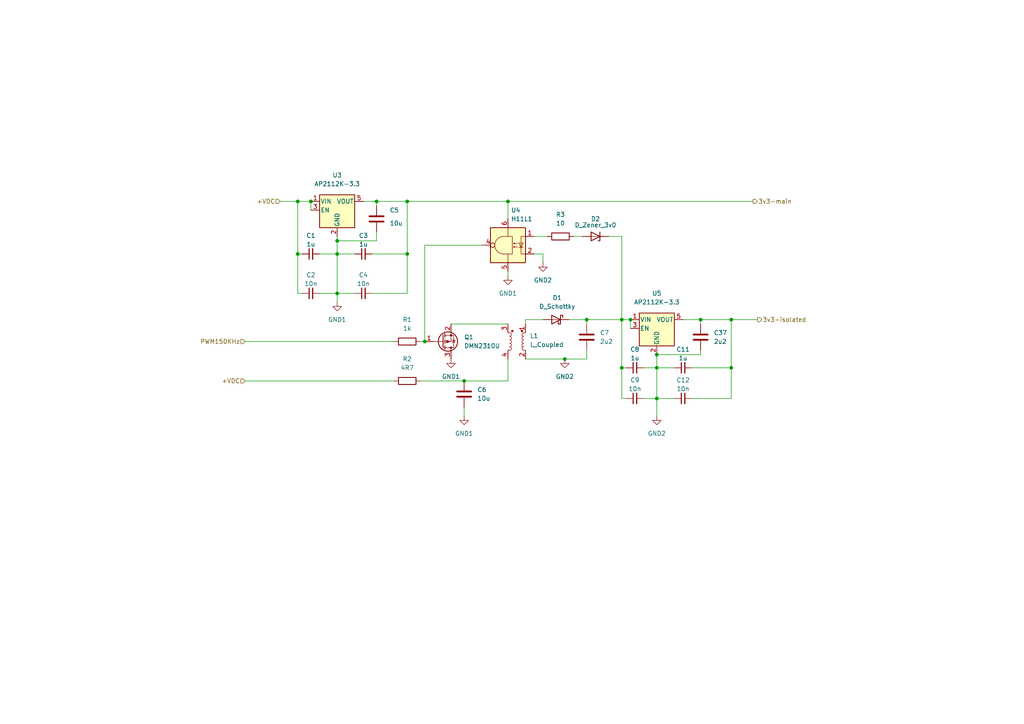
<source format=kicad_sch>
(kicad_sch (version 20231120) (generator "eeschema") (generator_version "8.0")
  (paper "A4")
  (lib_symbols
    (symbol "Device:C" (pin_numbers hide) (pin_names (offset 0.254))
      (property "Reference" "C" (at 0.635 2.54 0))
      (property "Value" "C" (at 0.635 -2.54 0))
      (symbol "C_0_1"
        (polyline (pts (xy -2.032 -0.762) (xy 2.032 -0.762)) (stroke (width 0.508)))
        (polyline (pts (xy -2.032 0.762) (xy 2.032 0.762)) (stroke (width 0.508)))
      )
      (symbol "C_1_1"
        (pin passive line (at 0 3.81 270) (length 2.794) (name "~") (number "1"))
        (pin passive line (at 0 -3.81 90) (length 2.794) (name "~") (number "2"))
      )
    )
    (symbol "Device:C_Small" (pin_numbers hide) (pin_names (offset 0.254) hide)
      (property "Reference" "C" (at 0.254 1.778 0))
      (property "Value" "C_Small" (at 0.254 -2.032 0))
      (symbol "C_Small_0_1"
        (polyline (pts (xy -1.524 -0.508) (xy 1.524 -0.508)) (stroke (width 0.3302)))
        (polyline (pts (xy -1.524 0.508) (xy 1.524 0.508)) (stroke (width 0.3048)))
      )
      (symbol "C_Small_1_1"
        (pin passive line (at 0 2.54 270) (length 2.032) (name "~") (number "1"))
        (pin passive line (at 0 -2.54 90) (length 2.032) (name "~") (number "2"))
      )
    )
    (symbol "Device:D_Schottky" (pin_numbers hide) (pin_names (offset 1.016) hide)
      (property "Reference" "D" (at 0 2.54 0))
      (property "Value" "D_Schottky" (at 0 -2.54 0))
      (symbol "D_Schottky_0_1"
        (polyline (pts (xy 1.27 0) (xy -1.27 0)))
        (polyline (pts (xy 1.27 1.27) (xy 1.27 -1.27) (xy -1.27 0) (xy 1.27 1.27)) (stroke (width 0.254)))
        (polyline (pts (xy -1.905 0.635) (xy -1.905 1.27) (xy -1.27 1.27) (xy -1.27 -1.27) (xy -0.635 -1.27) (xy -0.635 -0.635)) (stroke (width 0.254)))
      )
      (symbol "D_Schottky_1_1"
        (pin passive line (at -3.81 0 0) (length 2.54) (name "K") (number "1"))
        (pin passive line (at 3.81 0 180) (length 2.54) (name "A") (number "2"))
      )
    )
    (symbol "Device:D_Zener" (pin_numbers hide) (pin_names (offset 1.016) hide)
      (property "Reference" "D" (at 0 2.54 0))
      (property "Value" "D_Zener" (at 0 -2.54 0))
      (symbol "D_Zener_0_1"
        (polyline (pts (xy 1.27 0) (xy -1.27 0)))
        (polyline (pts (xy -1.27 -1.27) (xy -1.27 1.27) (xy -0.762 1.27)) (stroke (width 0.254)))
        (polyline (pts (xy 1.27 -1.27) (xy 1.27 1.27) (xy -1.27 0) (xy 1.27 -1.27)) (stroke (width 0.254)))
      )
      (symbol "D_Zener_1_1"
        (pin passive line (at -3.81 0 0) (length 2.54) (name "K") (number "1"))
        (pin passive line (at 3.81 0 180) (length 2.54) (name "A") (number "2"))
      )
    )
    (symbol "Device:L_Coupled" (pin_names (offset 0.254) hide)
      (property "Reference" "L" (at 0 4.445 0))
      (property "Value" "L_Coupled" (at 0 -4.445 0))
      (symbol "L_Coupled_0_1"
        (circle (center -3.048 -1.27) (radius 0.254) (fill (type outline)))
        (circle (center -3.048 1.524) (radius 0.254) (fill (type outline)))
        (arc (start -2.54 2.032) (mid -2.032 1.5262) (end -1.524 2.032))
        (arc (start -1.524 -2.032) (mid -2.032 -1.5262) (end -2.54 -2.032))
        (arc (start -1.524 2.032) (mid -1.016 1.5262) (end -0.508 2.032))
        (arc (start -0.508 -2.032) (mid -1.016 -1.5262) (end -1.524 -2.032))
        (arc (start -0.508 2.032) (mid 0 1.5262) (end 0.508 2.032))
        (polyline (pts (xy -2.54 -2.032) (xy -2.54 -2.54)))
        (polyline (pts (xy -2.54 2.032) (xy -2.54 2.54)))
        (polyline (pts (xy 2.54 -2.032) (xy 2.54 -2.54)))
        (polyline (pts (xy 2.54 2.54) (xy 2.54 2.032)))
        (arc (start 0.508 -2.032) (mid 0 -1.5262) (end -0.508 -2.032))
        (arc (start 0.508 2.032) (mid 1.016 1.5262) (end 1.524 2.032))
        (arc (start 1.524 -2.032) (mid 1.016 -1.5262) (end 0.508 -2.032))
        (arc (start 1.524 2.032) (mid 2.032 1.5262) (end 2.54 2.032))
        (arc (start 2.54 -2.032) (mid 2.032 -1.5262) (end 1.524 -2.032))
      )
      (symbol "L_Coupled_1_1"
        (pin passive line (at -5.08 2.54 0) (length 2.54) (name "1") (number "1"))
        (pin passive line (at 5.08 2.54 180) (length 2.54) (name "2") (number "2"))
        (pin passive line (at -5.08 -2.54 0) (length 2.54) (name "3") (number "3"))
        (pin passive line (at 5.08 -2.54 180) (length 2.54) (name "4") (number "4"))
      )
    )
    (symbol "Device:R" (pin_numbers hide) (pin_names (offset 0))
      (property "Reference" "R" (at 2.032 0 90))
      (property "Value" "R" (at 0 0 90))
      (symbol "R_0_1"
        (rectangle (start -1.016 -2.54) (end 1.016 2.54) (stroke (width 0.254)))
      )
      (symbol "R_1_1"
        (pin passive line (at 0 3.81 270) (length 1.27) (name "~") (number "1"))
        (pin passive line (at 0 -3.81 90) (length 1.27) (name "~") (number "2"))
      )
    )
    (symbol "Isolator:H11L1" (pin_names (offset 1.016))
      (property "Reference" "U" (at 1.27 8.89 0))
      (property "Value" "H11L1" (at 1.27 6.35 0))
      (symbol "H11L1_0_1"
        (rectangle (start -5.08 5.08) (end 5.08 -5.08) (stroke (width 0.254)) (fill (type background)))
        (polyline (pts (xy -4.445 -0.635) (xy -3.175 -0.635)))
        (polyline (pts (xy 0 2.54) (xy 0 5.08)))
        (polyline (pts (xy 0 -2.54) (xy 0 -5.08) (xy 0 -3.81)))
        (polyline (pts (xy -5.08 -2.54) (xy -3.81 -2.54) (xy -3.81 2.54) (xy -5.08 2.54)))
        (polyline (pts (xy -3.81 -0.635) (xy -4.445 0.635) (xy -3.175 0.635) (xy -3.81 -0.635)))
        (polyline (pts (xy 1.27 -2.54) (xy -1.27 -2.54) (xy -1.27 2.54) (xy 1.27 2.54)))
        (polyline (pts (xy -2.794 -0.508) (xy -1.524 -0.508) (xy -1.905 -0.635) (xy -1.905 -0.381) (xy -1.524 -0.508)))
        (polyline (pts (xy -2.794 0.508) (xy -1.524 0.508) (xy -1.905 0.381) (xy -1.905 0.635) (xy -1.524 0.508)))
        (arc (start 1.27 -2.54) (mid 3.7989 0) (end 1.27 2.54))
      )
      (symbol "H11L1_1_1"
        (pin passive line (at -7.62 2.54 0) (length 2.54) (name "~") (number "1"))
        (pin passive line (at -7.62 -2.54 0) (length 2.54) (name "~") (number "2"))
        (pin no_connect line (at -5.08 0 0) (length 2.54) hide (name "~") (number "3"))
        (pin output inverted (at 7.62 0 180) (length 3.81) (name "~") (number "4"))
        (pin power_in line (at 0 -7.62 90) (length 2.54) (name "~") (number "5"))
        (pin power_in line (at 0 7.62 270) (length 2.54) (name "~") (number "6"))
      )
    )
    (symbol "Regulator_Linear:AP2112K-3.3" (pin_names (offset 0.254))
      (property "Reference" "U" (at -5.08 5.715 0))
      (property "Value" "AP2112K-3.3" (at 0 5.715 0))
      (symbol "AP2112K-3.3_0_1"
        (rectangle (start -5.08 4.445) (end 5.08 -5.08) (stroke (width 0.254)) (fill (type background)))
      )
      (symbol "AP2112K-3.3_1_1"
        (pin power_in line (at -7.62 2.54 0) (length 2.54) (name "VIN") (number "1"))
        (pin power_in line (at 0 -7.62 90) (length 2.54) (name "GND") (number "2"))
        (pin input line (at -7.62 0 0) (length 2.54) (name "EN") (number "3"))
        (pin no_connect line (at 5.08 0 180) (length 2.54) hide (name "NC") (number "4"))
        (pin power_out line (at 7.62 2.54 180) (length 2.54) (name "VOUT") (number "5"))
      )
    )
    (symbol "Transistor_FET:DMG2301L" (pin_names hide)
      (property "Reference" "Q" (at 5.08 1.905 0))
      (property "Value" "DMG2301L" (at 5.08 0 0))
      (symbol "DMG2301L_0_1"
        (polyline (pts (xy 0.254 0) (xy -2.54 0)))
        (polyline (pts (xy 0.254 1.905) (xy 0.254 -1.905)) (stroke (width 0.254)))
        (polyline (pts (xy 0.762 -1.27) (xy 0.762 -2.286)) (stroke (width 0.254)))
        (polyline (pts (xy 0.762 0.508) (xy 0.762 -0.508)) (stroke (width 0.254)))
        (polyline (pts (xy 0.762 2.286) (xy 0.762 1.27)) (stroke (width 0.254)))
        (polyline (pts (xy 2.54 2.54) (xy 2.54 1.778)))
        (polyline (pts (xy 2.54 -2.54) (xy 2.54 0) (xy 0.762 0)))
        (polyline (pts (xy 0.762 1.778) (xy 3.302 1.778) (xy 3.302 -1.778) (xy 0.762 -1.778)))
        (polyline (pts (xy 2.286 0) (xy 1.27 0.381) (xy 1.27 -0.381) (xy 2.286 0)) (fill (type outline)))
        (polyline (pts (xy 2.794 -0.508) (xy 2.921 -0.381) (xy 3.683 -0.381) (xy 3.81 -0.254)))
        (polyline (pts (xy 3.302 -0.381) (xy 2.921 0.254) (xy 3.683 0.254) (xy 3.302 -0.381)))
        (circle (center 1.651 0) (radius 2.794) (stroke (width 0.254)))
        (circle (center 2.54 -1.778) (radius 0.254) (fill (type outline)))
        (circle (center 2.54 1.778) (radius 0.254) (fill (type outline)))
      )
      (symbol "DMG2301L_1_1"
        (pin input line (at -5.08 0 0) (length 2.54) (name "G") (number "1"))
        (pin passive line (at 2.54 -5.08 90) (length 2.54) (name "S") (number "2"))
        (pin passive line (at 2.54 5.08 270) (length 2.54) (name "D") (number "3"))
      )
    )
    (symbol "power:GND1" (power) (pin_names (offset 0))
      (property "Value" "GND1" (at 0 -3.81 0))
      (symbol "GND1_0_1"
        (polyline (pts (xy 0 0) (xy 0 -1.27) (xy 1.27 -1.27) (xy 0 -2.54) (xy -1.27 -1.27) (xy 0 -1.27)))
      )
      (symbol "GND1_1_1"
        (pin power_in line (at 0 0 270) (length 0) hide (name "GND1") (number "1"))
      )
    )
    (symbol "power:GND2" (power) (pin_names (offset 0))
      (property "Value" "GND2" (at 0 -3.81 0))
      (symbol "GND2_0_1"
        (polyline (pts (xy 0 0) (xy 0 -1.27) (xy 1.27 -1.27) (xy 0 -2.54) (xy -1.27 -1.27) (xy 0 -1.27)))
      )
      (symbol "GND2_1_1"
        (pin power_in line (at 0 0 270) (length 0) hide (name "GND2") (number "1"))
      )
    )
  )
  (junction (at 123.19 99.06))
  (junction (at 180.34 92.71))
  (junction (at 86.36 58.42))
  (junction (at 170.18 92.71))
  (junction (at 212.09 92.71))
  (junction (at 97.79 85.09))
  (junction (at 190.5 106.68))
  (junction (at 163.83 104.14))
  (junction (at 86.36 73.66))
  (junction (at 134.62 110.49))
  (junction (at 180.34 106.68))
  (junction (at 118.11 73.66))
  (junction (at 97.79 69.85))
  (junction (at 212.09 106.68))
  (junction (at 190.5 102.87))
  (junction (at 118.11 58.42))
  (junction (at 203.2 92.71))
  (junction (at 97.79 73.66))
  (junction (at 182.88 92.71))
  (junction (at 109.22 58.42))
  (junction (at 147.32 58.42))
  (junction (at 190.5 115.57))
  (junction (at 90.17 58.42))
  (wire (pts (xy 190.5 106.68) (xy 195.58 106.68)))
  (wire (pts (xy 182.88 92.71) (xy 182.88 95.25)))
  (wire (pts (xy 147.32 58.42) (xy 147.32 63.5)))
  (wire (pts (xy 97.79 87.63) (xy 97.79 85.09)))
  (wire (pts (xy 190.5 120.65) (xy 190.5 115.57)))
  (wire (pts (xy 170.18 92.71) (xy 170.18 93.98)))
  (wire (pts (xy 147.32 110.49) (xy 134.62 110.49)))
  (wire (pts (xy 176.53 68.58) (xy 180.34 68.58)))
  (wire (pts (xy 154.94 68.58) (xy 158.75 68.58)))
  (wire (pts (xy 97.79 85.09) (xy 102.87 85.09)))
  (wire (pts (xy 118.11 73.66) (xy 118.11 85.09)))
  (wire (pts (xy 121.92 110.49) (xy 134.62 110.49)))
  (wire (pts (xy 118.11 58.42) (xy 147.32 58.42)))
  (wire (pts (xy 165.1 92.71) (xy 170.18 92.71)))
  (wire (pts (xy 97.79 73.66) (xy 102.87 73.66)))
  (wire (pts (xy 181.61 106.68) (xy 180.34 106.68)))
  (wire (pts (xy 157.48 73.66) (xy 157.48 76.2)))
  (wire (pts (xy 180.34 68.58) (xy 180.34 92.71)))
  (wire (pts (xy 118.11 73.66) (xy 118.11 58.42)))
  (wire (pts (xy 71.12 110.49) (xy 114.3 110.49)))
  (wire (pts (xy 109.22 69.85) (xy 97.79 69.85)))
  (wire (pts (xy 212.09 92.71) (xy 219.71 92.71)))
  (wire (pts (xy 97.79 73.66) (xy 97.79 69.85)))
  (wire (pts (xy 71.12 99.06) (xy 114.3 99.06)))
  (wire (pts (xy 152.4 104.14) (xy 163.83 104.14)))
  (wire (pts (xy 170.18 101.6) (xy 170.18 104.14)))
  (wire (pts (xy 86.36 73.66) (xy 87.63 73.66)))
  (wire (pts (xy 212.09 106.68) (xy 212.09 92.71)))
  (wire (pts (xy 203.2 93.98) (xy 203.2 92.71)))
  (wire (pts (xy 97.79 85.09) (xy 97.79 73.66)))
  (wire (pts (xy 203.2 92.71) (xy 212.09 92.71)))
  (wire (pts (xy 200.66 106.68) (xy 212.09 106.68)))
  (wire (pts (xy 107.95 73.66) (xy 118.11 73.66)))
  (wire (pts (xy 107.95 85.09) (xy 118.11 85.09)))
  (wire (pts (xy 81.28 58.42) (xy 86.36 58.42)))
  (wire (pts (xy 186.69 115.57) (xy 190.5 115.57)))
  (wire (pts (xy 109.22 59.69) (xy 109.22 58.42)))
  (wire (pts (xy 203.2 102.87) (xy 190.5 102.87)))
  (wire (pts (xy 147.32 78.74) (xy 147.32 80.01)))
  (wire (pts (xy 134.62 120.65) (xy 134.62 118.11)))
  (wire (pts (xy 203.2 101.6) (xy 203.2 102.87)))
  (wire (pts (xy 198.12 92.71) (xy 203.2 92.71)))
  (wire (pts (xy 92.71 73.66) (xy 97.79 73.66)))
  (wire (pts (xy 86.36 73.66) (xy 86.36 58.42)))
  (wire (pts (xy 87.63 85.09) (xy 86.36 85.09)))
  (wire (pts (xy 200.66 115.57) (xy 212.09 115.57)))
  (wire (pts (xy 86.36 85.09) (xy 86.36 73.66)))
  (wire (pts (xy 109.22 67.31) (xy 109.22 69.85)))
  (wire (pts (xy 212.09 115.57) (xy 212.09 106.68)))
  (wire (pts (xy 123.19 71.12) (xy 123.19 99.06)))
  (wire (pts (xy 186.69 106.68) (xy 190.5 106.68)))
  (wire (pts (xy 147.32 58.42) (xy 218.44 58.42)))
  (wire (pts (xy 190.5 115.57) (xy 195.58 115.57)))
  (wire (pts (xy 163.83 104.14) (xy 170.18 104.14)))
  (wire (pts (xy 105.41 58.42) (xy 109.22 58.42)))
  (wire (pts (xy 180.34 92.71) (xy 182.88 92.71)))
  (wire (pts (xy 190.5 106.68) (xy 190.5 102.87)))
  (wire (pts (xy 154.94 73.66) (xy 157.48 73.66)))
  (wire (pts (xy 92.71 85.09) (xy 97.79 85.09)))
  (wire (pts (xy 130.81 93.98) (xy 147.32 93.98)))
  (wire (pts (xy 180.34 106.68) (xy 180.34 92.71)))
  (wire (pts (xy 166.37 68.58) (xy 168.91 68.58)))
  (wire (pts (xy 152.4 92.71) (xy 157.48 92.71)))
  (wire (pts (xy 170.18 92.71) (xy 180.34 92.71)))
  (wire (pts (xy 121.92 99.06) (xy 123.19 99.06)))
  (wire (pts (xy 123.19 71.12) (xy 139.7 71.12)))
  (wire (pts (xy 90.17 58.42) (xy 90.17 60.96)))
  (wire (pts (xy 147.32 104.14) (xy 147.32 110.49)))
  (wire (pts (xy 152.4 93.98) (xy 152.4 92.71)))
  (wire (pts (xy 190.5 115.57) (xy 190.5 106.68)))
  (wire (pts (xy 97.79 68.58) (xy 97.79 69.85)))
  (wire (pts (xy 181.61 115.57) (xy 180.34 115.57)))
  (wire (pts (xy 86.36 58.42) (xy 90.17 58.42)))
  (wire (pts (xy 118.11 58.42) (xy 109.22 58.42)))
  (wire (pts (xy 180.34 115.57) (xy 180.34 106.68)))
  (hierarchical_label "3v3-isolated" (shape output) (at 219.71 92.71 0))
  (hierarchical_label "PWM150KHz" (shape input) (at 71.12 99.06 180))
  (hierarchical_label "+VDC" (shape input) (at 71.12 110.49 180))
  (hierarchical_label "3v3-main" (shape output) (at 218.44 58.42 0))
  (hierarchical_label "+VDC" (shape input) (at 81.28 58.42 180))
  (symbol (lib_id "Device:C_Small") (at 184.15 115.57 90) (unit 1)
    (property "Reference" "C9" (at 184.15 110.236 90))
    (property "Value" "10n" (at 184.15 112.776 90))
  )
  (symbol (lib_id "Transistor_FET:DMG2301L") (at 128.27 99.06 0) (mirror x) (unit 1)
    (property "Reference" "Q1" (at 134.62 97.7899 0) (effects (justify left)))
    (property "Value" "DMN2310U" (at 134.62 100.3299 0) (effects (justify left)))
    (property "Footprint" "Package_TO_SOT_SMD:SOT-23" (effects (hide yes)))
    (property "Datasheet" "https://www.diodes.com/assets/Datasheets/DMG2301L.pdf" (effects (hide yes)))
  )
  (symbol (lib_id "Regulator_Linear:AP2112K-3.3") (at 97.79 60.96 0) (unit 1)
    (property "Reference" "U3" (at 97.79 50.8 0))
    (property "Value" "AP2112K-3.3" (at 97.79 53.34 0))
    (property "Footprint" "Package_TO_SOT_SMD:SOT-23-5_HandSoldering" (effects (hide yes)))
    (property "Datasheet" "https://www.diodes.com/assets/Datasheets/AP2112.pdf" (effects (hide yes)))
  )
  (symbol (lib_id "Device:C_Small") (at 105.41 85.09 90) (unit 1)
    (property "Reference" "C4" (at 105.41 79.756 90))
    (property "Value" "10n" (at 105.41 82.296 90))
  )
  (symbol (lib_id "Device:L_Coupled") (at 149.86 99.06 270) (unit 1)
    (property "Reference" "L1" (at 153.67 97.4089 90) (effects (justify left)))
    (property "Value" "L_Coupled" (at 153.67 99.9489 90) (effects (justify left)))
  )
  (symbol (lib_id "power:GND2") (at 190.5 120.65 0) (unit 1)
    (property "Reference" "#PWR019" (effects (hide yes)))
    (property "Value" "GND2" (at 190.5 125.73 0))
  )
  (symbol (lib_id "Device:D_Zener") (at 172.72 68.58 180) (unit 1)
    (property "Reference" "D2" (at 172.72 63.5 0))
    (property "Value" "D_Zener_3v0" (at 172.72 65.278 0))
  )
  (symbol (lib_id "Device:C_Small") (at 90.17 73.66 90) (unit 1)
    (property "Reference" "C1" (at 90.17 68.326 90))
    (property "Value" "1u" (at 90.17 70.866 90))
  )
  (symbol (lib_id "Device:C_Small") (at 198.12 115.57 90) (unit 1)
    (property "Reference" "C12" (at 198.12 110.236 90))
    (property "Value" "10n" (at 198.12 112.776 90))
  )
  (symbol (lib_id "power:GND1") (at 134.62 120.65 0) (unit 1)
    (property "Reference" "#PWR014" (effects (hide yes)))
    (property "Value" "GND1" (at 134.62 125.73 0))
  )
  (symbol (lib_id "Device:D_Schottky") (at 161.29 92.71 0) (mirror y) (unit 1)
    (property "Reference" "D1" (at 161.6075 86.36 0))
    (property "Value" "D_Schottky" (at 161.6075 88.9 0))
    (property "Footprint" "Diode_SMD:D_2010_5025Metric_Pad1.52x2.65mm_HandSolder" (effects (hide yes)))
  )
  (symbol (lib_id "Device:C") (at 203.2 97.79 0) (unit 1)
    (property "Reference" "C37" (at 207.01 96.5199 0) (effects (justify left)))
    (property "Value" "2u2" (at 207.01 99.0599 0) (effects (justify left)))
    (property "Footprint" "Capacitor_SMD:C_0805_2012Metric_Pad1.18x1.45mm_HandSolder" (effects (hide yes)))
  )
  (symbol (lib_id "Device:R") (at 162.56 68.58 90) (unit 1)
    (property "Reference" "R3" (at 162.56 62.23 90))
    (property "Value" "10" (at 162.56 64.77 90))
  )
  (symbol (lib_id "Isolator:H11L1") (at 147.32 71.12 0) (mirror y) (unit 1)
    (property "Reference" "U4" (at 148.2089 60.96 0) (effects (justify right)))
    (property "Value" "H11L1" (at 148.2089 63.5 0) (effects (justify right)))
    (property "Footprint" "Package_DIP:SMDIP-6_W9.53mm" (effects (hide yes)))
    (property "Datasheet" "https://www.onsemi.com/pub/Collateral/H11L3M-D.PDF" (effects (hide yes)))
  )
  (symbol (lib_id "Device:R") (at 118.11 110.49 90) (unit 1)
    (property "Reference" "R2" (at 118.11 104.14 90))
    (property "Value" "4R7" (at 118.11 106.68 90))
  )
  (symbol (lib_id "Device:C") (at 170.18 97.79 0) (unit 1)
    (property "Reference" "C7" (at 173.99 96.5199 0) (effects (justify left)))
    (property "Value" "2u2" (at 173.99 99.0599 0) (effects (justify left)))
    (property "Footprint" "Capacitor_SMD:C_0805_2012Metric_Pad1.18x1.45mm_HandSolder" (effects (hide yes)))
  )
  (symbol (lib_id "Device:C_Small") (at 198.12 106.68 90) (unit 1)
    (property "Reference" "C11" (at 198.12 101.346 90))
    (property "Value" "1u" (at 198.12 103.886 90))
  )
  (symbol (lib_id "power:GND1") (at 147.32 80.01 0) (unit 1)
    (property "Reference" "#PWR015" (effects (hide yes)))
    (property "Value" "GND1" (at 147.32 85.09 0))
  )
  (symbol (lib_id "Device:C") (at 134.62 114.3 0) (unit 1)
    (property "Reference" "C6" (at 138.43 113.0299 0) (effects (justify left)))
    (property "Value" "10u" (at 138.43 115.5699 0) (effects (justify left)))
    (property "Footprint" "Capacitor_SMD:C_0805_2012Metric_Pad1.18x1.45mm_HandSolder" (effects (hide yes)))
  )
  (symbol (lib_id "Device:C_Small") (at 105.41 73.66 90) (unit 1)
    (property "Reference" "C3" (at 105.41 68.326 90))
    (property "Value" "1u" (at 105.41 70.866 90))
  )
  (symbol (lib_id "Regulator_Linear:AP2112K-3.3") (at 190.5 95.25 0) (unit 1)
    (property "Reference" "U5" (at 190.5 85.09 0))
    (property "Value" "AP2112K-3.3" (at 190.5 87.63 0))
    (property "Footprint" "Package_TO_SOT_SMD:SOT-23-5_HandSoldering" (effects (hide yes)))
    (property "Datasheet" "https://www.diodes.com/assets/Datasheets/AP2112.pdf" (effects (hide yes)))
  )
  (symbol (lib_id "power:GND2") (at 157.48 76.2 0) (unit 1)
    (property "Reference" "#PWR016" (effects (hide yes)))
    (property "Value" "GND2" (at 157.48 81.28 0))
  )
  (symbol (lib_id "power:GND1") (at 130.81 104.14 0) (unit 1)
    (property "Reference" "#PWR013" (effects (hide yes)))
    (property "Value" "GND1" (at 130.81 109.22 0))
  )
  (symbol (lib_id "power:GND1") (at 97.79 87.63 0) (unit 1)
    (property "Reference" "#PWR012" (effects (hide yes)))
    (property "Value" "GND1" (at 97.79 92.71 0))
  )
  (symbol (lib_id "Device:C_Small") (at 90.17 85.09 90) (unit 1)
    (property "Reference" "C2" (at 90.17 79.756 90))
    (property "Value" "10n" (at 90.17 82.296 90))
  )
  (symbol (lib_id "Device:R") (at 118.11 99.06 90) (unit 1)
    (property "Reference" "R1" (at 118.11 92.71 90))
    (property "Value" "1k" (at 118.11 95.25 90))
  )
  (symbol (lib_id "Device:C") (at 109.22 63.5 0) (unit 1)
    (property "Reference" "C5" (at 113.03 60.9599 0) (effects (justify left)))
    (property "Value" "10u" (at 113.03 64.7699 0) (effects (justify left)))
    (property "Footprint" "Capacitor_SMD:C_0805_2012Metric_Pad1.18x1.45mm_HandSolder" (effects (hide yes)))
  )
  (symbol (lib_id "Device:C_Small") (at 184.15 106.68 90) (unit 1)
    (property "Reference" "C8" (at 184.15 101.346 90))
    (property "Value" "1u" (at 184.15 103.886 90))
  )
  (symbol (lib_id "power:GND2") (at 163.83 104.14 0) (unit 1)
    (property "Reference" "#PWR017" (effects (hide yes)))
    (property "Value" "GND2" (at 163.83 109.22 0))
  )
)
</source>
